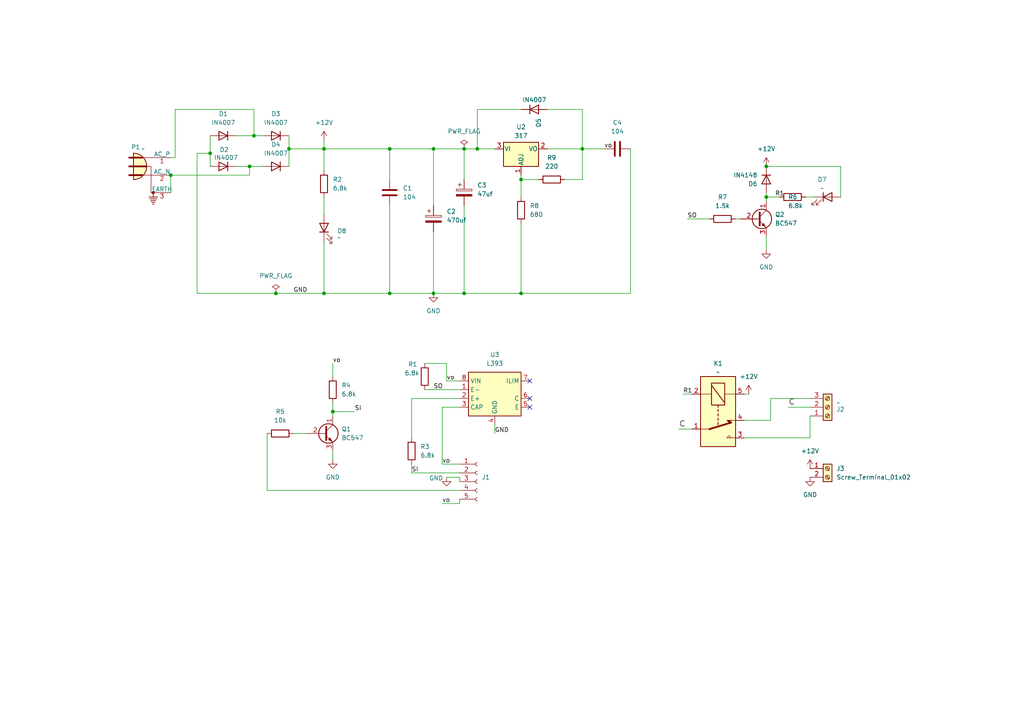
<source format=kicad_sch>
(kicad_sch (version 20231120) (generator "eeschema") (generator_version "8.0")
  (paper "A4")
  (lib_symbols
    (symbol "Connector:Conn_01x05_Socket" (pin_names (offset 1.016) hide)
      (property "Reference" "J" (at 0 7.62 0))
      (property "Value" "Conn_01x05_Socket" (at 0 -7.62 0))
      (symbol "Conn_01x05_Socket_1_1"
        (arc (start 0 -4.572) (mid -0.5058 -5.08) (end 0 -5.588) (stroke (width 0.1524)))
        (arc (start 0 -2.032) (mid -0.5058 -2.54) (end 0 -3.048) (stroke (width 0.1524)))
        (polyline (pts (xy -1.27 -5.08) (xy -0.508 -5.08)) (stroke (width 0.1524)))
        (polyline (pts (xy -1.27 -2.54) (xy -0.508 -2.54)) (stroke (width 0.1524)))
        (polyline (pts (xy -1.27 0) (xy -0.508 0)) (stroke (width 0.1524)))
        (polyline (pts (xy -1.27 2.54) (xy -0.508 2.54)) (stroke (width 0.1524)))
        (polyline (pts (xy -1.27 5.08) (xy -0.508 5.08)) (stroke (width 0.1524)))
        (arc (start 0 0.508) (mid -0.5058 0) (end 0 -0.508) (stroke (width 0.1524)))
        (arc (start 0 3.048) (mid -0.5058 2.54) (end 0 2.032) (stroke (width 0.1524)))
        (arc (start 0 5.588) (mid -0.5058 5.08) (end 0 4.572) (stroke (width 0.1524)))
        (pin passive line (at -5.08 5.08 0) (length 3.81) (name "Pin_1") (number "1"))
        (pin passive line (at -5.08 2.54 0) (length 3.81) (name "Pin_2") (number "2"))
        (pin passive line (at -5.08 0 0) (length 3.81) (name "Pin_3") (number "3"))
        (pin passive line (at -5.08 -2.54 0) (length 3.81) (name "Pin_4") (number "4"))
        (pin passive line (at -5.08 -5.08 0) (length 3.81) (name "Pin_5") (number "5"))
      )
    )
    (symbol "Connector:Conn_WallPlug_Earth" (pin_names (offset 0))
      (property "Reference" "P" (at 0 3.81 0))
      (property "Value" "Conn_WallPlug_Earth" (at -5.08 0 90))
      (symbol "Conn_WallPlug_Earth_0_1"
        (arc (start -3.175 -3.81) (mid 0.6184 0) (end -3.175 3.81) (stroke (width 0.254)) (fill (type background)))
        (polyline (pts (xy -4.445 -2.54) (xy -0.635 -2.54)) (stroke (width 0.508)))
        (polyline (pts (xy -4.445 0) (xy 0.508 0)) (stroke (width 0.508)))
        (polyline (pts (xy -4.445 2.54) (xy -0.635 2.54)) (stroke (width 0.508)))
        (polyline (pts (xy -3.175 -3.81) (xy -3.175 3.81)) (stroke (width 0.254)))
        (polyline (pts (xy -0.635 -2.54) (xy 2.54 -2.54)))
        (polyline (pts (xy -0.635 2.54) (xy 2.54 2.54)))
        (polyline (pts (xy 1.524 -9.398) (xy 3.556 -9.398)) (stroke (width 0.2032)))
        (polyline (pts (xy 1.778 -9.906) (xy 3.302 -9.906)) (stroke (width 0.2032)))
        (polyline (pts (xy 2.032 -10.414) (xy 3.048 -10.414)) (stroke (width 0.2032)))
        (polyline (pts (xy 2.286 -10.922) (xy 2.794 -10.922)) (stroke (width 0.2032)))
        (polyline (pts (xy 2.54 -7.62) (xy 2.54 -8.89)) (stroke (width 0.2032)))
        (polyline (pts (xy 3.81 -8.89) (xy 1.27 -8.89)) (stroke (width 0.2032)))
        (polyline (pts (xy 2.54 -7.62) (xy 1.905 -7.62) (xy 1.905 0) (xy -4.445 0)))
        (circle (center 2.54 -7.62) (radius 0.3556) (fill (type outline)))
      )
      (symbol "Conn_WallPlug_Earth_1_1"
        (pin power_out line (at 7.62 2.54 180) (length 5.08) (name "AC_P") (number "1"))
        (pin power_out line (at 7.62 -2.54 180) (length 5.08) (name "AC_N") (number "2"))
        (pin passive line (at 7.62 -7.62 180) (length 5.08) (name "EARTH") (number "3"))
      )
    )
    (symbol "Connector:Screw_Terminal_01x02" (pin_names (offset 1.016) hide)
      (property "Reference" "J" (at 0 2.54 0))
      (property "Value" "Screw_Terminal_01x02" (at 0 -5.08 0))
      (symbol "Screw_Terminal_01x02_1_1"
        (rectangle (start -1.27 1.27) (end 1.27 -3.81) (stroke (width 0.254)) (fill (type background)))
        (circle (center 0 -2.54) (radius 0.635) (stroke (width 0.1524)))
        (polyline (pts (xy -0.5334 -2.2098) (xy 0.3302 -3.048)) (stroke (width 0.1524)))
        (polyline (pts (xy -0.5334 0.3302) (xy 0.3302 -0.508)) (stroke (width 0.1524)))
        (polyline (pts (xy -0.3556 -2.032) (xy 0.508 -2.8702)) (stroke (width 0.1524)))
        (polyline (pts (xy -0.3556 0.508) (xy 0.508 -0.3302)) (stroke (width 0.1524)))
        (circle (center 0 0) (radius 0.635) (stroke (width 0.1524)))
        (pin passive line (at -5.08 0 0) (length 3.81) (name "Pin_1") (number "1"))
        (pin passive line (at -5.08 -2.54 0) (length 3.81) (name "Pin_2") (number "2"))
      )
    )
    (symbol "Connector:Screw_Terminal_01x03" (pin_names (offset 1.016) hide)
      (property "Reference" "J" (at 0 5.08 0))
      (property "Value" "Screw_Terminal_01x03" (at 0 -5.08 0))
      (symbol "Screw_Terminal_01x03_1_1"
        (rectangle (start -1.27 3.81) (end 1.27 -3.81) (stroke (width 0.254)) (fill (type background)))
        (circle (center 0 -2.54) (radius 0.635) (stroke (width 0.1524)))
        (polyline (pts (xy -0.5334 -2.2098) (xy 0.3302 -3.048)) (stroke (width 0.1524)))
        (polyline (pts (xy -0.5334 0.3302) (xy 0.3302 -0.508)) (stroke (width 0.1524)))
        (polyline (pts (xy -0.5334 2.8702) (xy 0.3302 2.032)) (stroke (width 0.1524)))
        (polyline (pts (xy -0.3556 -2.032) (xy 0.508 -2.8702)) (stroke (width 0.1524)))
        (polyline (pts (xy -0.3556 0.508) (xy 0.508 -0.3302)) (stroke (width 0.1524)))
        (polyline (pts (xy -0.3556 3.048) (xy 0.508 2.2098)) (stroke (width 0.1524)))
        (circle (center 0 0) (radius 0.635) (stroke (width 0.1524)))
        (circle (center 0 2.54) (radius 0.635) (stroke (width 0.1524)))
        (pin passive line (at -5.08 2.54 0) (length 3.81) (name "Pin_1") (number "1"))
        (pin passive line (at -5.08 0 0) (length 3.81) (name "Pin_2") (number "2"))
        (pin passive line (at -5.08 -2.54 0) (length 3.81) (name "Pin_3") (number "3"))
      )
    )
    (symbol "Device:C" (pin_numbers hide) (pin_names (offset 0.254))
      (property "Reference" "C" (at 0.635 2.54 0))
      (property "Value" "C" (at 0.635 -2.54 0))
      (symbol "C_0_1"
        (polyline (pts (xy -2.032 -0.762) (xy 2.032 -0.762)) (stroke (width 0.508)))
        (polyline (pts (xy -2.032 0.762) (xy 2.032 0.762)) (stroke (width 0.508)))
      )
      (symbol "C_1_1"
        (pin passive line (at 0 3.81 270) (length 2.794) (name "~") (number "1"))
        (pin passive line (at 0 -3.81 90) (length 2.794) (name "~") (number "2"))
      )
    )
    (symbol "Device:C_Polarized" (pin_numbers hide) (pin_names (offset 0.254))
      (property "Reference" "C" (at 0.635 2.54 0))
      (property "Value" "C_Polarized" (at 0.635 -2.54 0))
      (symbol "C_Polarized_0_1"
        (rectangle (start -2.286 0.508) (end 2.286 1.016))
        (polyline (pts (xy -1.778 2.286) (xy -0.762 2.286)))
        (polyline (pts (xy -1.27 2.794) (xy -1.27 1.778)))
        (rectangle (start 2.286 -0.508) (end -2.286 -1.016) (fill (type outline)))
      )
      (symbol "C_Polarized_1_1"
        (pin passive line (at 0 3.81 270) (length 2.794) (name "~") (number "1"))
        (pin passive line (at 0 -3.81 90) (length 2.794) (name "~") (number "2"))
      )
    )
    (symbol "Device:D" (pin_numbers hide) (pin_names (offset 1.016) hide)
      (property "Reference" "D" (at 0 2.54 0))
      (property "Value" "D" (at 0 -2.54 0))
      (symbol "D_0_1"
        (polyline (pts (xy -1.27 1.27) (xy -1.27 -1.27)) (stroke (width 0.254)))
        (polyline (pts (xy 1.27 0) (xy -1.27 0)))
        (polyline (pts (xy 1.27 1.27) (xy 1.27 -1.27) (xy -1.27 0) (xy 1.27 1.27)) (stroke (width 0.254)))
      )
      (symbol "D_1_1"
        (pin passive line (at -3.81 0 0) (length 2.54) (name "K") (number "1"))
        (pin passive line (at 3.81 0 180) (length 2.54) (name "A") (number "2"))
      )
    )
    (symbol "Device:LED" (pin_numbers hide) (pin_names (offset 1.016) hide)
      (property "Reference" "D" (at 0 2.54 0))
      (property "Value" "LED" (at 0 -2.54 0))
      (symbol "LED_0_1"
        (polyline (pts (xy -1.27 -1.27) (xy -1.27 1.27)) (stroke (width 0.254)))
        (polyline (pts (xy -1.27 0) (xy 1.27 0)))
        (polyline (pts (xy 1.27 -1.27) (xy 1.27 1.27) (xy -1.27 0) (xy 1.27 -1.27)) (stroke (width 0.254)))
        (polyline (pts (xy -3.048 -0.762) (xy -4.572 -2.286) (xy -3.81 -2.286) (xy -4.572 -2.286) (xy -4.572 -1.524)))
        (polyline (pts (xy -1.778 -0.762) (xy -3.302 -2.286) (xy -2.54 -2.286) (xy -3.302 -2.286) (xy -3.302 -1.524)))
      )
      (symbol "LED_1_1"
        (pin passive line (at -3.81 0 0) (length 2.54) (name "K") (number "1"))
        (pin passive line (at 3.81 0 180) (length 2.54) (name "A") (number "2"))
      )
    )
    (symbol "Device:R" (pin_numbers hide) (pin_names (offset 0))
      (property "Reference" "R" (at 2.032 0 90))
      (property "Value" "R" (at 0 0 90))
      (symbol "R_0_1"
        (rectangle (start -1.016 -2.54) (end 1.016 2.54) (stroke (width 0.254)))
      )
      (symbol "R_1_1"
        (pin passive line (at 0 3.81 270) (length 1.27) (name "~") (number "1"))
        (pin passive line (at 0 -3.81 90) (length 1.27) (name "~") (number "2"))
      )
    )
    (symbol "Regulator_Linear:LM317_TO-220" (pin_names (offset 0.254))
      (property "Reference" "U" (at -3.81 3.175 0))
      (property "Value" "LM317_TO-220" (at 0 3.175 0))
      (symbol "LM317_TO-220_0_1"
        (rectangle (start -5.08 1.905) (end 5.08 -5.08) (stroke (width 0.254)) (fill (type background)))
      )
      (symbol "LM317_TO-220_1_1"
        (pin input line (at 0 -7.62 90) (length 2.54) (name "ADJ") (number "1"))
        (pin power_out line (at 7.62 0 180) (length 2.54) (name "VO") (number "2"))
        (pin power_in line (at -7.62 0 0) (length 2.54) (name "VI") (number "3"))
      )
    )
    (symbol "Regulator_Switching:LM3578"
      (property "Reference" "U" (at -7.62 8.89 0))
      (property "Value" "LM3578" (at 0 8.89 0))
      (symbol "LM3578_0_1"
        (rectangle (start -7.62 -5.08) (end 7.62 7.62) (stroke (width 0.254)) (fill (type background)))
      )
      (symbol "LM3578_1_1"
        (pin input line (at -10.16 2.54 0) (length 2.54) (name "E-") (number "1"))
        (pin input line (at -10.16 0 0) (length 2.54) (name "E+") (number "2"))
        (pin input line (at -10.16 -2.54 0) (length 2.54) (name "CAP") (number "3"))
        (pin power_in line (at 0 -7.62 90) (length 2.54) (name "GND") (number "4"))
        (pin open_emitter line (at 10.16 -2.54 180) (length 2.54) (name "E") (number "5"))
        (pin open_collector line (at 10.16 0 180) (length 2.54) (name "C") (number "6"))
        (pin input line (at 10.16 5.08 180) (length 2.54) (name "ILIM") (number "7"))
        (pin power_in line (at -10.16 5.08 0) (length 2.54) (name "VIN") (number "8"))
      )
    )
    (symbol "Relay:SANYOU_SRD_Form_C"
      (property "Reference" "K" (at 11.43 3.81 0))
      (property "Value" "SANYOU_SRD_Form_C" (at 11.43 1.27 0))
      (symbol "SANYOU_SRD_Form_C_0_0"
        (polyline (pts (xy 7.62 5.08) (xy 7.62 2.54) (xy 6.985 3.175) (xy 7.62 3.81)))
      )
      (symbol "SANYOU_SRD_Form_C_0_1"
        (rectangle (start -10.16 5.08) (end 10.16 -5.08) (stroke (width 0.254)) (fill (type background)))
        (rectangle (start -8.255 1.905) (end -1.905 -1.905) (stroke (width 0.254)))
        (polyline (pts (xy -7.62 -1.905) (xy -2.54 1.905)) (stroke (width 0.254)))
        (polyline (pts (xy -5.08 -5.08) (xy -5.08 -1.905)))
        (polyline (pts (xy -5.08 5.08) (xy -5.08 1.905)))
        (polyline (pts (xy -1.905 0) (xy -1.27 0)) (stroke (width 0.254)))
        (polyline (pts (xy -0.635 0) (xy 0 0)) (stroke (width 0.254)))
        (polyline (pts (xy 0.635 0) (xy 1.27 0)) (stroke (width 0.254)))
        (polyline (pts (xy 1.905 0) (xy 2.54 0)) (stroke (width 0.254)))
        (polyline (pts (xy 3.175 0) (xy 3.81 0)) (stroke (width 0.254)))
        (polyline (pts (xy 5.08 -2.54) (xy 3.175 3.81)) (stroke (width 0.508)))
        (polyline (pts (xy 5.08 -2.54) (xy 5.08 -5.08)))
      )
      (symbol "SANYOU_SRD_Form_C_1_1"
        (polyline (pts (xy 2.54 3.81) (xy 3.175 3.175) (xy 2.54 2.54) (xy 2.54 5.08)) (fill (type outline)))
        (pin passive line (at 5.08 -7.62 90) (length 2.54) (name "~") (number "1"))
        (pin passive line (at -5.08 -7.62 90) (length 2.54) (name "~") (number "2"))
        (pin passive line (at 7.62 7.62 270) (length 2.54) (name "~") (number "3"))
        (pin passive line (at 2.54 7.62 270) (length 2.54) (name "~") (number "4"))
        (pin passive line (at -5.08 7.62 270) (length 2.54) (name "~") (number "5"))
      )
    )
    (symbol "Transistor_BJT:BC547" (pin_names (offset 0) hide)
      (property "Reference" "Q" (at 5.08 1.905 0))
      (property "Value" "BC547" (at 5.08 0 0))
      (symbol "BC547_0_1"
        (polyline (pts (xy 0 0) (xy 0.635 0)))
        (polyline (pts (xy 0.635 0.635) (xy 2.54 2.54)))
        (polyline (pts (xy 0.635 -0.635) (xy 2.54 -2.54) (xy 2.54 -2.54)))
        (polyline (pts (xy 0.635 1.905) (xy 0.635 -1.905) (xy 0.635 -1.905)) (stroke (width 0.508)))
        (polyline (pts (xy 1.27 -1.778) (xy 1.778 -1.27) (xy 2.286 -2.286) (xy 1.27 -1.778) (xy 1.27 -1.778)) (fill (type outline)))
        (circle (center 1.27 0) (radius 2.8194) (stroke (width 0.254)))
      )
      (symbol "BC547_1_1"
        (pin passive line (at 2.54 5.08 270) (length 2.54) (name "C") (number "1"))
        (pin input line (at -5.08 0 0) (length 5.08) (name "B") (number "2"))
        (pin passive line (at 2.54 -5.08 90) (length 2.54) (name "E") (number "3"))
      )
    )
    (symbol "power:+12V" (power) (pin_names (offset 0))
      (property "Value" "+12V" (at 0 3.556 0))
      (symbol "+12V_0_1"
        (polyline (pts (xy -0.762 1.27) (xy 0 2.54)))
        (polyline (pts (xy 0 0) (xy 0 2.54)))
        (polyline (pts (xy 0 2.54) (xy 0.762 1.27)))
      )
      (symbol "+12V_1_1"
        (pin power_in line (at 0 0 90) (length 0) hide (name "+12V") (number "1"))
      )
    )
    (symbol "power:GND" (power) (pin_names (offset 0))
      (property "Value" "GND" (at 0 -3.81 0))
      (symbol "GND_0_1"
        (polyline (pts (xy 0 0) (xy 0 -1.27) (xy 1.27 -1.27) (xy 0 -2.54) (xy -1.27 -1.27) (xy 0 -1.27)))
      )
      (symbol "GND_1_1"
        (pin power_in line (at 0 0 270) (length 0) hide (name "GND") (number "1"))
      )
    )
    (symbol "power:PWR_FLAG" (power) (pin_numbers hide) (pin_names (offset 0) hide)
      (property "Value" "PWR_FLAG" (at 0 3.81 0))
      (symbol "PWR_FLAG_0_0"
        (pin power_out line (at 0 0 90) (length 0) (name "pwr") (number "1"))
      )
      (symbol "PWR_FLAG_0_1"
        (polyline (pts (xy 0 0) (xy 0 1.27) (xy -1.016 1.905) (xy 0 2.54) (xy 1.016 1.905) (xy 0 1.27)))
      )
    )
  )
  (junction (at 222.25 48.26))
  (junction (at 49.53 50.8))
  (junction (at 168.91 43.18))
  (junction (at 93.98 85.09))
  (junction (at 83.82 43.18))
  (junction (at 125.73 85.09))
  (junction (at 80.01 85.09))
  (junction (at 72.39 48.26))
  (junction (at 134.62 85.09))
  (junction (at 151.13 85.09))
  (junction (at 113.03 43.18))
  (junction (at 60.96 44.45))
  (junction (at 222.25 57.15))
  (junction (at 113.03 85.09))
  (junction (at 151.13 52.07))
  (junction (at 138.43 43.18))
  (junction (at 73.66 39.37))
  (junction (at 93.98 43.18))
  (junction (at 134.62 43.18))
  (junction (at 96.52 119.38))
  (junction (at 125.73 43.18))
  (no_connect (at 153.67 110.49))
  (no_connect (at 153.67 115.57))
  (no_connect (at 153.67 118.11))
  (wire (pts (xy 49.53 55.88) (xy 49.53 50.8)))
  (wire (pts (xy 128.27 118.11) (xy 128.27 134.62)))
  (wire (pts (xy 151.13 50.8) (xy 151.13 52.07)))
  (wire (pts (xy 83.82 43.18) (xy 83.82 48.26)))
  (wire (pts (xy 158.75 31.75) (xy 168.91 31.75)))
  (wire (pts (xy 60.96 44.45) (xy 60.96 48.26)))
  (wire (pts (xy 138.43 31.75) (xy 151.13 31.75)))
  (wire (pts (xy 102.87 119.38) (xy 96.52 119.38)))
  (wire (pts (xy 72.39 48.26) (xy 76.2 48.26)))
  (wire (pts (xy 113.03 43.18) (xy 125.73 43.18)))
  (wire (pts (xy 213.36 63.5) (xy 214.63 63.5)))
  (wire (pts (xy 129.54 138.43) (xy 133.35 138.43)))
  (wire (pts (xy 119.38 134.62) (xy 119.38 137.16)))
  (wire (pts (xy 68.58 48.26) (xy 72.39 48.26)))
  (wire (pts (xy 134.62 59.69) (xy 134.62 85.09)))
  (wire (pts (xy 138.43 43.18) (xy 134.62 43.18)))
  (wire (pts (xy 168.91 43.18) (xy 175.26 43.18)))
  (wire (pts (xy 96.52 130.81) (xy 96.52 133.35)))
  (wire (pts (xy 93.98 85.09) (xy 113.03 85.09)))
  (wire (pts (xy 133.35 142.24) (xy 77.47 142.24)))
  (wire (pts (xy 151.13 52.07) (xy 156.21 52.07)))
  (wire (pts (xy 83.82 43.18) (xy 93.98 43.18)))
  (wire (pts (xy 93.98 57.15) (xy 93.98 62.23)))
  (wire (pts (xy 222.25 55.88) (xy 222.25 57.15)))
  (wire (pts (xy 93.98 43.18) (xy 113.03 43.18)))
  (wire (pts (xy 222.25 68.58) (xy 222.25 72.39)))
  (wire (pts (xy 199.39 63.5) (xy 205.74 63.5)))
  (wire (pts (xy 182.88 85.09) (xy 182.88 43.18)))
  (wire (pts (xy 129.54 110.49) (xy 133.35 110.49)))
  (wire (pts (xy 223.52 115.57) (xy 223.52 121.92)))
  (wire (pts (xy 60.96 39.37) (xy 60.96 44.45)))
  (wire (pts (xy 129.54 105.41) (xy 129.54 110.49)))
  (wire (pts (xy 222.25 57.15) (xy 222.25 58.42)))
  (wire (pts (xy 223.52 115.57) (xy 234.95 115.57)))
  (wire (pts (xy 93.98 40.64) (xy 93.98 43.18)))
  (wire (pts (xy 96.52 119.38) (xy 96.52 120.65)))
  (wire (pts (xy 113.03 43.18) (xy 113.03 52.07)))
  (wire (pts (xy 158.75 43.18) (xy 168.91 43.18)))
  (wire (pts (xy 113.03 59.69) (xy 113.03 85.09)))
  (wire (pts (xy 196.85 124.46) (xy 200.66 124.46)))
  (wire (pts (xy 125.73 43.18) (xy 125.73 59.69)))
  (wire (pts (xy 80.01 85.09) (xy 93.98 85.09)))
  (wire (pts (xy 123.19 113.03) (xy 133.35 113.03)))
  (wire (pts (xy 163.83 52.07) (xy 168.91 52.07)))
  (wire (pts (xy 125.73 85.09) (xy 134.62 85.09)))
  (wire (pts (xy 128.27 134.62) (xy 133.35 134.62)))
  (wire (pts (xy 57.15 44.45) (xy 60.96 44.45)))
  (wire (pts (xy 138.43 43.18) (xy 143.51 43.18)))
  (wire (pts (xy 119.38 137.16) (xy 133.35 137.16)))
  (wire (pts (xy 72.39 50.8) (xy 72.39 48.26)))
  (wire (pts (xy 68.58 39.37) (xy 73.66 39.37)))
  (wire (pts (xy 133.35 118.11) (xy 128.27 118.11)))
  (wire (pts (xy 119.38 115.57) (xy 133.35 115.57)))
  (wire (pts (xy 73.66 39.37) (xy 76.2 39.37)))
  (wire (pts (xy 215.9 121.92) (xy 223.52 121.92)))
  (wire (pts (xy 49.53 50.8) (xy 72.39 50.8)))
  (wire (pts (xy 226.06 57.15) (xy 222.25 57.15)))
  (wire (pts (xy 243.84 48.26) (xy 243.84 57.15)))
  (wire (pts (xy 151.13 64.77) (xy 151.13 85.09)))
  (wire (pts (xy 85.09 125.73) (xy 88.9 125.73)))
  (wire (pts (xy 168.91 52.07) (xy 168.91 43.18)))
  (wire (pts (xy 133.35 144.78) (xy 133.35 146.05)))
  (wire (pts (xy 119.38 127) (xy 119.38 115.57)))
  (wire (pts (xy 222.25 48.26) (xy 243.84 48.26)))
  (wire (pts (xy 113.03 85.09) (xy 125.73 85.09)))
  (wire (pts (xy 133.35 146.05) (xy 128.27 146.05)))
  (wire (pts (xy 77.47 142.24) (xy 77.47 125.73)))
  (wire (pts (xy 151.13 52.07) (xy 151.13 57.15)))
  (wire (pts (xy 138.43 31.75) (xy 138.43 43.18)))
  (wire (pts (xy 151.13 85.09) (xy 182.88 85.09)))
  (wire (pts (xy 96.52 105.41) (xy 96.52 109.22)))
  (wire (pts (xy 123.19 105.41) (xy 129.54 105.41)))
  (wire (pts (xy 125.73 67.31) (xy 125.73 85.09)))
  (wire (pts (xy 57.15 85.09) (xy 57.15 44.45)))
  (wire (pts (xy 234.95 120.65) (xy 234.95 127)))
  (wire (pts (xy 93.98 43.18) (xy 93.98 49.53)))
  (wire (pts (xy 57.15 85.09) (xy 80.01 85.09)))
  (wire (pts (xy 125.73 43.18) (xy 134.62 43.18)))
  (wire (pts (xy 133.35 138.43) (xy 133.35 139.7)))
  (wire (pts (xy 168.91 31.75) (xy 168.91 43.18)))
  (wire (pts (xy 50.8 31.75) (xy 50.8 45.72)))
  (wire (pts (xy 93.98 69.85) (xy 93.98 85.09)))
  (wire (pts (xy 96.52 116.84) (xy 96.52 119.38)))
  (wire (pts (xy 143.51 123.19) (xy 143.51 125.73)))
  (wire (pts (xy 73.66 31.75) (xy 73.66 39.37)))
  (wire (pts (xy 50.8 45.72) (xy 49.53 45.72)))
  (wire (pts (xy 83.82 39.37) (xy 83.82 43.18)))
  (wire (pts (xy 215.9 114.3) (xy 217.17 114.3)))
  (wire (pts (xy 236.22 57.15) (xy 233.68 57.15)))
  (wire (pts (xy 198.12 114.3) (xy 200.66 114.3)))
  (wire (pts (xy 228.6 118.11) (xy 234.95 118.11)))
  (wire (pts (xy 134.62 52.07) (xy 134.62 43.18)))
  (wire (pts (xy 215.9 127) (xy 234.95 127)))
  (wire (pts (xy 134.62 85.09) (xy 151.13 85.09)))
  (wire (pts (xy 50.8 31.75) (xy 73.66 31.75)))
  (label "R1" (at 198.12 114.3 0))
  (label "GND" (at 85.09 85.09 0))
  (label "c" (at 196.85 124.46 0) (effects (font (size 2.27 2.27))))
  (label "SO" (at 199.39 63.5 0))
  (label "vo" (at 129.54 110.49 0))
  (label "vo" (at 175.26 43.18 0))
  (label "c" (at 228.6 118.11 0) (effects (font (size 2.27 2.27))))
  (label "vo" (at 96.52 105.41 0))
  (label "SO" (at 125.73 113.03 0))
  (label "vo" (at 128.27 134.62 0))
  (label "SI" (at 119.38 137.16 0))
  (label "vo" (at 128.27 146.05 0))
  (label "GND" (at 143.51 125.73 0))
  (label "R1" (at 224.79 57.15 0))
  (label "SI" (at 102.87 119.38 0))
  (symbol (lib_id "Device:C") (at 179.07 43.18 90) (unit 1)
    (property "Reference" "C4" (at 179.07 35.56 90))
    (property "Value" "104" (at 179.07 38.1 90))
    (property "Footprint" "Capacitor_THT:C_Disc_D7.5mm_W2.5mm_P5.00mm" (effects (hide yes)))
    (property "Description" "Unpolarized capacitor" (effects (hide yes)))
  )
  (symbol (lib_id "Device:C") (at 113.03 55.88 0) (unit 1)
    (property "Reference" "C1" (at 116.84 54.6099 0) (effects (justify left)))
    (property "Value" "104" (at 116.84 57.1499 0) (effects (justify left)))
    (property "Footprint" "Capacitor_THT:C_Disc_D7.5mm_W2.5mm_P5.00mm" (effects (hide yes)))
    (property "Description" "Unpolarized capacitor" (effects (hide yes)))
  )
  (symbol (lib_id "Connector:Screw_Terminal_01x03") (at 240.03 118.11 0) (mirror x) (unit 1)
    (property "Reference" "J2" (at 242.57 118.7451 0) (effects (justify left)))
    (property "Value" "~" (at 242.57 116.84 0) (effects (justify left)))
    (property "Footprint" "TerminalBlock_Phoenix:TerminalBlock_Phoenix_MKDS-1,5-3-5.08_1x03_P5.08mm_Horizontal" (effects (hide yes)))
    (property "Description" "Generic screw terminal, single row, 01x03, script generated (kicad-library-utils/schlib/autogen/connector/)" (effects (hide yes)))
  )
  (symbol (lib_id "Device:D") (at 80.01 48.26 180) (unit 1)
    (property "Reference" "D4" (at 80.01 41.91 0))
    (property "Value" "IN4007" (at 80.01 44.45 0))
    (property "Footprint" "Diode_THT:D_DO-41_SOD81_P10.16mm_Horizontal" (effects (hide yes)))
    (property "Description" "Diode" (effects (hide yes)))
    (property "Sim.Device" "D" (effects (hide yes)))
    (property "Sim.Pins" "1=K 2=A" (effects (hide yes)))
  )
  (symbol (lib_id "power:GND") (at 96.52 133.35 0) (unit 1)
    (property "Reference" "#PWR09" (effects (hide yes)))
    (property "Value" "GND" (at 96.52 138.43 0))
    (property "Description" "Power symbol creates a global label with name \"GND\" , ground" (effects (hide yes)))
  )
  (symbol (lib_id "Device:R") (at 81.28 125.73 270) (unit 1)
    (property "Reference" "R5" (at 81.28 119.38 90))
    (property "Value" "10k" (at 81.28 121.92 90))
    (property "Footprint" "Resistor_THT:R_Axial_DIN0207_L6.3mm_D2.5mm_P10.16mm_Horizontal" (effects (hide yes)))
    (property "Description" "Resistor" (effects (hide yes)))
  )
  (symbol (lib_id "Device:C_Polarized") (at 125.73 63.5 0) (unit 1)
    (property "Reference" "C2" (at 129.54 61.3409 0) (effects (justify left)))
    (property "Value" "470uf" (at 129.54 63.8809 0) (effects (justify left)))
    (property "Footprint" "Capacitor_THT:CP_Radial_D8.0mm_P3.80mm" (effects (hide yes)))
    (property "Description" "Polarized capacitor" (effects (hide yes)))
  )
  (symbol (lib_id "Device:D") (at 222.25 52.07 270) (unit 1)
    (property "Reference" "D6" (at 219.71 53.3401 90) (effects (justify right)))
    (property "Value" "IN4148" (at 219.71 50.8001 90) (effects (justify right)))
    (property "Footprint" "Diode_THT:D_DO-41_SOD81_P10.16mm_Horizontal" (effects (hide yes)))
    (property "Description" "Diode" (effects (hide yes)))
    (property "Sim.Device" "D" (effects (hide yes)))
    (property "Sim.Pins" "1=K 2=A" (effects (hide yes)))
  )
  (symbol (lib_id "power:GND") (at 129.54 138.43 0) (unit 1)
    (property "Reference" "#PWR04" (effects (hide yes)))
    (property "Value" "GND" (at 126.492 138.684 0))
    (property "Description" "Power symbol creates a global label with name \"GND\" , ground" (effects (hide yes)))
  )
  (symbol (lib_id "Transistor_BJT:BC547") (at 93.98 125.73 0) (unit 1)
    (property "Reference" "Q1" (at 99.06 124.4599 0) (effects (justify left)))
    (property "Value" "BC547" (at 99.06 126.9999 0) (effects (justify left)))
    (property "Footprint" "Package_TO_SOT_THT:TO-92_Inline" (effects (hide yes)))
    (property "Datasheet" "https://www.onsemi.com/pub/Collateral/BC550-D.pdf" (effects (hide yes)))
    (property "Description" "0.1A Ic, 45V Vce, Small Signal NPN Transistor, TO-92" (effects (hide yes)))
  )
  (symbol (lib_id "Device:R") (at 93.98 53.34 0) (unit 1)
    (property "Reference" "R2" (at 96.52 52.0699 0) (effects (justify left)))
    (property "Value" "6.8k" (at 96.52 54.6099 0) (effects (justify left)))
    (property "Footprint" "Resistor_THT:R_Axial_DIN0207_L6.3mm_D2.5mm_P10.16mm_Horizontal" (effects (hide yes)))
    (property "Description" "Resistor" (effects (hide yes)))
  )
  (symbol (lib_id "power:+12V") (at 222.25 48.26 0) (unit 1)
    (property "Reference" "#PWR01" (effects (hide yes)))
    (property "Value" "+12V" (at 222.25 43.18 0))
    (property "Description" "Power symbol creates a global label with name \"+12V\"" (effects (hide yes)))
  )
  (symbol (lib_id "power:GND") (at 222.25 72.39 0) (unit 1)
    (property "Reference" "#PWR06" (effects (hide yes)))
    (property "Value" "GND" (at 222.25 77.47 0))
    (property "Description" "Power symbol creates a global label with name \"GND\" , ground" (effects (hide yes)))
  )
  (symbol (lib_id "Relay:SANYOU_SRD_Form_C") (at 208.28 119.38 270) (unit 1)
    (property "Reference" "K1" (at 208.28 105.41 90))
    (property "Value" "~" (at 208.28 107.95 90))
    (property "Footprint" "Relay_THT:Relay_SPDT_SANYOU_SRD_Series_Form_C" (effects (hide yes)))
    (property "Datasheet" "http://www.sanyourelay.ca/public/products/pdf/SRD.pdf" (effects (hide yes)))
    (property "Description" "Sanyo SRD relay, Single Pole Miniature Power Relay," (effects (hide yes)))
  )
  (symbol (lib_id "Device:D") (at 80.01 39.37 180) (unit 1)
    (property "Reference" "D3" (at 80.01 33.02 0))
    (property "Value" "IN4007" (at 80.01 35.56 0))
    (property "Footprint" "Diode_THT:D_DO-41_SOD81_P10.16mm_Horizontal" (effects (hide yes)))
    (property "Description" "Diode" (effects (hide yes)))
    (property "Sim.Device" "D" (effects (hide yes)))
    (property "Sim.Pins" "1=K 2=A" (effects (hide yes)))
  )
  (symbol (lib_id "Device:R") (at 151.13 60.96 0) (unit 1)
    (property "Reference" "R8" (at 153.67 59.6899 0) (effects (justify left)))
    (property "Value" "680" (at 153.67 62.2299 0) (effects (justify left)))
    (property "Footprint" "Resistor_THT:R_Axial_DIN0207_L6.3mm_D2.5mm_P10.16mm_Horizontal" (effects (hide yes)))
    (property "Description" "Resistor" (effects (hide yes)))
  )
  (symbol (lib_id "Device:R") (at 96.52 113.03 0) (unit 1)
    (property "Reference" "R4" (at 99.06 111.7599 0) (effects (justify left)))
    (property "Value" "6.8k" (at 99.06 114.2999 0) (effects (justify left)))
    (property "Footprint" "Resistor_THT:R_Axial_DIN0207_L6.3mm_D2.5mm_P10.16mm_Horizontal" (effects (hide yes)))
    (property "Description" "Resistor" (effects (hide yes)))
  )
  (symbol (lib_id "Device:R") (at 160.02 52.07 270) (unit 1)
    (property "Reference" "R9" (at 160.02 45.72 90))
    (property "Value" "220" (at 160.02 48.26 90))
    (property "Footprint" "Resistor_THT:R_Axial_DIN0207_L6.3mm_D2.5mm_P10.16mm_Horizontal" (effects (hide yes)))
    (property "Description" "Resistor" (effects (hide yes)))
  )
  (symbol (lib_id "power:PWR_FLAG") (at 134.62 43.18 0) (unit 1)
    (property "Reference" "#FLG02" (effects (hide yes)))
    (property "Value" "PWR_FLAG" (at 134.62 38.1 0))
    (property "Description" "Special symbol for telling ERC where power comes from" (effects (hide yes)))
  )
  (symbol (lib_id "Regulator_Linear:LM317_TO-220") (at 151.13 43.18 0) (unit 1)
    (property "Reference" "U2" (at 151.13 36.83 0))
    (property "Value" "317" (at 151.13 39.37 0))
    (property "Footprint" "Package_TO_SOT_THT:TO-220-3_Vertical" (effects (hide yes)))
    (property "Datasheet" "http://www.ti.com/lit/ds/symlink/lm317.pdf" (effects (hide yes)))
    (property "Description" "1.5A 35V Adjustable Linear Regulator, TO-220" (effects (hide yes)))
  )
  (symbol (lib_id "power:GND") (at 125.73 85.09 0) (unit 1)
    (property "Reference" "#PWR05" (effects (hide yes)))
    (property "Value" "GND" (at 125.73 90.17 0))
    (property "Description" "Power symbol creates a global label with name \"GND\" , ground" (effects (hide yes)))
  )
  (symbol (lib_id "power:+12V") (at 217.17 114.3 0) (unit 1)
    (property "Reference" "#PWR03" (effects (hide yes)))
    (property "Value" "+12V" (at 217.17 109.22 0))
    (property "Description" "Power symbol creates a global label with name \"+12V\"" (effects (hide yes)))
  )
  (symbol (lib_id "Connector:Conn_01x05_Socket") (at 138.43 139.7 0) (unit 1)
    (property "Reference" "J1" (at 139.7 138.4299 0) (effects (justify left)))
    (property "Value" "Conn_01x05_Socket" (effects (hide yes)))
    (property "Footprint" "Connector_JST:JST_EH_B5B-EH-A_1x05_P2.50mm_Vertical" (effects (hide yes)))
    (property "Description" "Generic connector, single row, 01x05, script generated" (effects (hide yes)))
  )
  (symbol (lib_id "Device:R") (at 209.55 63.5 90) (unit 1)
    (property "Reference" "R7" (at 209.55 57.15 90))
    (property "Value" "1.5k" (at 209.55 59.69 90))
    (property "Footprint" "Resistor_THT:R_Axial_DIN0207_L6.3mm_D2.5mm_P10.16mm_Horizontal" (effects (hide yes)))
    (property "Description" "Resistor" (effects (hide yes)))
  )
  (symbol (lib_id "Connector:Screw_Terminal_01x02") (at 240.03 135.89 0) (unit 1)
    (property "Reference" "J3" (at 242.57 135.8899 0) (effects (justify left)))
    (property "Value" "Screw_Terminal_01x02" (at 242.57 138.4299 0) (effects (justify left)))
    (property "Footprint" "Connector_PinHeader_2.00mm:PinHeader_1x02_P2.00mm_Vertical" (effects (hide yes)))
    (property "Description" "Generic screw terminal, single row, 01x02, script generated (kicad-library-utils/schlib/autogen/connector/)" (effects (hide yes)))
  )
  (symbol (lib_id "Connector:Conn_WallPlug_Earth") (at 41.91 48.26 0) (unit 1)
    (property "Reference" "P1" (at 39.37 42.672 0))
    (property "Value" "~" (at 41.5163 43.18 0))
    (property "Footprint" "Connector_BarrelJack:BarrelJack_Horizontal" (effects (hide yes)))
    (property "Description" "3-pin general wall plug, with Earth wire (110VAC, 220VAC)" (effects (hide yes)))
  )
  (symbol (lib_id "Device:LED") (at 93.98 66.04 90) (unit 1)
    (property "Reference" "D8" (at 97.79 66.9924 90) (effects (justify right)))
    (property "Value" "~" (at 97.79 68.8975 90) (effects (justify right)))
    (property "Footprint" "LED_THT:LED_D4.0mm" (effects (hide yes)))
    (property "Description" "Light emitting diode" (effects (hide yes)))
  )
  (symbol (lib_id "Device:LED") (at 240.03 57.15 0) (unit 1)
    (property "Reference" "D7" (at 238.4425 52.07 0))
    (property "Value" "~" (at 238.4425 54.61 0))
    (property "Footprint" "LED_THT:LED_D4.0mm" (effects (hide yes)))
    (property "Description" "Light emitting diode" (effects (hide yes)))
  )
  (symbol (lib_id "power:PWR_FLAG") (at 80.01 85.09 0) (unit 1)
    (property "Reference" "#FLG01" (effects (hide yes)))
    (property "Value" "PWR_FLAG" (at 80.01 80.01 0))
    (property "Description" "Special symbol for telling ERC where power comes from" (effects (hide yes)))
  )
  (symbol (lib_id "power:GND") (at 234.95 138.43 0) (unit 1)
    (property "Reference" "#PWR08" (effects (hide yes)))
    (property "Value" "GND" (at 234.95 143.51 0))
    (property "Description" "Power symbol creates a global label with name \"GND\" , ground" (effects (hide yes)))
  )
  (symbol (lib_id "Transistor_BJT:BC547") (at 219.71 63.5 0) (unit 1)
    (property "Reference" "Q2" (at 224.79 62.2299 0) (effects (justify left)))
    (property "Value" "BC547" (at 224.79 64.7699 0) (effects (justify left)))
    (property "Footprint" "Package_TO_SOT_THT:TO-92_Inline" (effects (hide yes)))
    (property "Datasheet" "https://www.onsemi.com/pub/Collateral/BC550-D.pdf" (effects (hide yes)))
    (property "Description" "0.1A Ic, 45V Vce, Small Signal NPN Transistor, TO-92" (effects (hide yes)))
  )
  (symbol (lib_id "Device:R") (at 229.87 57.15 270) (unit 1)
    (property "Reference" "R6" (at 228.6 57.15 90) (effects (justify left)))
    (property "Value" "6.8k" (at 228.6001 59.69 90) (effects (justify left)))
    (property "Footprint" "Resistor_THT:R_Axial_DIN0207_L6.3mm_D2.5mm_P10.16mm_Horizontal" (effects (hide yes)))
    (property "Description" "Resistor" (effects (hide yes)))
  )
  (symbol (lib_id "Regulator_Switching:LM3578") (at 143.51 115.57 0) (unit 1)
    (property "Reference" "U3" (at 143.51 102.87 0))
    (property "Value" "L393" (at 143.51 105.41 0))
    (property "Footprint" "Package_DIP:DIP-8_W7.62mm_Socket" (effects (hide yes)))
    (property "Datasheet" "http://www.ti.com/lit/ds/symlink/lm3578a.pdf" (effects (hide yes)))
    (property "Description" "750mA, Switching Regulator, adjustable output voltage, DIP-8/SOIC-8" (effects (hide yes)))
  )
  (symbol (lib_id "Device:R") (at 119.38 130.81 0) (unit 1)
    (property "Reference" "R3" (at 121.92 129.5399 0) (effects (justify left)))
    (property "Value" "6.8k" (at 121.92 132.0799 0) (effects (justify left)))
    (property "Footprint" "Resistor_THT:R_Axial_DIN0207_L6.3mm_D2.5mm_P10.16mm_Horizontal" (effects (hide yes)))
    (property "Description" "Resistor" (effects (hide yes)))
  )
  (symbol (lib_id "Device:D") (at 64.77 39.37 180) (unit 1)
    (property "Reference" "D1" (at 64.77 33.02 0))
    (property "Value" "IN4007" (at 64.77 35.56 0))
    (property "Footprint" "Diode_THT:D_DO-41_SOD81_P10.16mm_Horizontal" (effects (hide yes)))
    (property "Description" "Diode" (effects (hide yes)))
    (property "Sim.Device" "D" (effects (hide yes)))
    (property "Sim.Pins" "1=K 2=A" (effects (hide yes)))
  )
  (symbol (lib_id "Device:C_Polarized") (at 134.62 55.88 0) (unit 1)
    (property "Reference" "C3" (at 138.43 53.7209 0) (effects (justify left)))
    (property "Value" "47uf" (at 138.43 56.2609 0) (effects (justify left)))
    (property "Footprint" "Capacitor_THT:CP_Radial_D6.3mm_P2.50mm" (effects (hide yes)))
    (property "Description" "Polarized capacitor" (effects (hide yes)))
  )
  (symbol (lib_id "Device:D") (at 154.94 31.75 0) (unit 1)
    (property "Reference" "D5" (at 156.2101 34.29 90) (effects (justify right)))
    (property "Value" "IN4007" (at 158.496 28.956 0) (effects (justify right)))
    (property "Footprint" "Diode_THT:D_DO-41_SOD81_P10.16mm_Horizontal" (effects (hide yes)))
    (property "Description" "Diode" (effects (hide yes)))
    (property "Sim.Device" "D" (effects (hide yes)))
    (property "Sim.Pins" "1=K 2=A" (effects (hide yes)))
  )
  (symbol (lib_id "Device:D") (at 64.77 48.26 180) (unit 1)
    (property "Reference" "D2" (at 65.024 43.434 0))
    (property "Value" "IN4007" (at 65.532 45.72 0))
    (property "Footprint" "Diode_THT:D_DO-41_SOD81_P10.16mm_Horizontal" (effects (hide yes)))
    (property "Description" "Diode" (effects (hide yes)))
    (property "Sim.Device" "D" (effects (hide yes)))
    (property "Sim.Pins" "1=K 2=A" (effects (hide yes)))
  )
  (symbol (lib_id "power:+12V") (at 234.95 135.89 0) (unit 1)
    (property "Reference" "#PWR07" (effects (hide yes)))
    (property "Value" "+12V" (at 234.95 130.81 0))
    (property "Description" "Power symbol creates a global label with name \"+12V\"" (effects (hide yes)))
  )
  (symbol (lib_id "power:+12V") (at 93.98 40.64 0) (unit 1)
    (property "Reference" "#PWR02" (effects (hide yes)))
    (property "Value" "+12V" (at 93.98 35.56 0))
    (property "Description" "Power symbol creates a global label with name \"+12V\"" (effects (hide yes)))
  )
  (symbol (lib_id "Device:R") (at 123.19 109.22 0) (unit 1)
    (property "Reference" "R1" (at 118.364 105.664 0) (effects (justify left)))
    (property "Value" "6.8k" (at 117.348 108.204 0) (effects (justify left)))
    (property "Footprint" "Resistor_THT:R_Axial_DIN0207_L6.3mm_D2.5mm_P10.16mm_Horizontal" (effects (hide yes)))
    (property "Description" "Resistor" (effects (hide yes)))
  )
)
</source>
